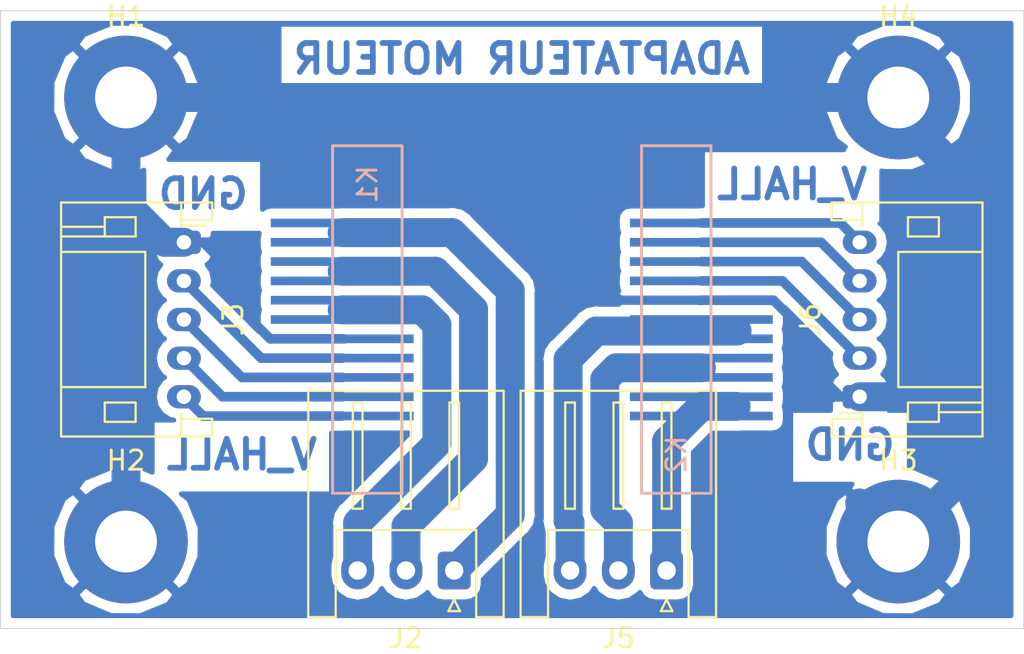
<source format=kicad_pcb>
(kicad_pcb (version 20171130) (host pcbnew 5.0.2+dfsg1-1)

  (general
    (thickness 1.6)
    (drawings 15)
    (tracks 79)
    (zones 0)
    (modules 10)
    (nets 16)
  )

  (page A4)
  (layers
    (0 F.Cu signal)
    (31 B.Cu signal)
    (32 B.Adhes user)
    (33 F.Adhes user)
    (34 B.Paste user)
    (35 F.Paste user)
    (36 B.SilkS user)
    (37 F.SilkS user)
    (38 B.Mask user)
    (39 F.Mask user)
    (40 Dwgs.User user)
    (41 Cmts.User user)
    (42 Eco1.User user)
    (43 Eco2.User user)
    (44 Edge.Cuts user)
    (45 Margin user)
    (46 B.CrtYd user)
    (47 F.CrtYd user)
    (48 B.Fab user hide)
    (49 F.Fab user hide)
  )

  (setup
    (last_trace_width 1.5)
    (user_trace_width 0.5)
    (user_trace_width 1.5)
    (trace_clearance 0.4)
    (zone_clearance 0.508)
    (zone_45_only no)
    (trace_min 0.2)
    (segment_width 0.2)
    (edge_width 0.05)
    (via_size 0.8)
    (via_drill 0.4)
    (via_min_size 0.4)
    (via_min_drill 0.3)
    (uvia_size 0.3)
    (uvia_drill 0.1)
    (uvias_allowed no)
    (uvia_min_size 0.2)
    (uvia_min_drill 0.1)
    (pcb_text_width 0.3)
    (pcb_text_size 1.5 1.5)
    (mod_edge_width 0.12)
    (mod_text_size 1 1)
    (mod_text_width 0.15)
    (pad_size 1.524 1.524)
    (pad_drill 0.762)
    (pad_to_mask_clearance 0.051)
    (solder_mask_min_width 0.25)
    (aux_axis_origin 0 0)
    (visible_elements FFFFEF7F)
    (pcbplotparams
      (layerselection 0x010fc_ffffffff)
      (usegerberextensions false)
      (usegerberattributes false)
      (usegerberadvancedattributes false)
      (creategerberjobfile false)
      (excludeedgelayer true)
      (linewidth 0.100000)
      (plotframeref false)
      (viasonmask false)
      (mode 1)
      (useauxorigin false)
      (hpglpennumber 1)
      (hpglpenspeed 20)
      (hpglpendiameter 15.000000)
      (psnegative false)
      (psa4output false)
      (plotreference true)
      (plotvalue true)
      (plotinvisibletext false)
      (padsonsilk false)
      (subtractmaskfromsilk false)
      (outputformat 1)
      (mirror false)
      (drillshape 1)
      (scaleselection 1)
      (outputdirectory ""))
  )

  (net 0 "")
  (net 1 "Net-(J2-Pad3)")
  (net 2 "Net-(J2-Pad2)")
  (net 3 "Net-(J2-Pad1)")
  (net 4 "Net-(J3-Pad5)")
  (net 5 "Net-(J3-Pad4)")
  (net 6 "Net-(J3-Pad3)")
  (net 7 "Net-(J3-Pad2)")
  (net 8 "Net-(J5-Pad3)")
  (net 9 "Net-(J5-Pad2)")
  (net 10 "Net-(J5-Pad1)")
  (net 11 "Net-(J6-Pad5)")
  (net 12 "Net-(J6-Pad4)")
  (net 13 "Net-(J6-Pad3)")
  (net 14 "Net-(J6-Pad2)")
  (net 15 GND)

  (net_class Default "This is the default net class."
    (clearance 0.4)
    (trace_width 0.25)
    (via_dia 0.8)
    (via_drill 0.4)
    (uvia_dia 0.3)
    (uvia_drill 0.1)
    (add_net GND)
    (add_net "Net-(J2-Pad1)")
    (add_net "Net-(J2-Pad2)")
    (add_net "Net-(J2-Pad3)")
    (add_net "Net-(J3-Pad2)")
    (add_net "Net-(J3-Pad3)")
    (add_net "Net-(J3-Pad4)")
    (add_net "Net-(J3-Pad5)")
    (add_net "Net-(J5-Pad1)")
    (add_net "Net-(J5-Pad2)")
    (add_net "Net-(J5-Pad3)")
    (add_net "Net-(J6-Pad2)")
    (add_net "Net-(J6-Pad3)")
    (add_net "Net-(J6-Pad4)")
    (add_net "Net-(J6-Pad5)")
  )

  (module Connector_JST:JST_XH_S3B-XH-A_1x03_P2.50mm_Horizontal (layer F.Cu) (tedit 5C281475) (tstamp 5CD0040E)
    (at 116.5 129 180)
    (descr "JST XH series connector, S3B-XH-A (http://www.jst-mfg.com/product/pdf/eng/eXH.pdf), generated with kicad-footprint-generator")
    (tags "connector JST XH horizontal")
    (path /5CD0D5C7)
    (fp_text reference J2 (at 2.5 -3.5) (layer F.SilkS)
      (effects (font (size 1 1) (thickness 0.15)))
    )
    (fp_text value Windings (at 2.5 10.4) (layer F.Fab)
      (effects (font (size 1 1) (thickness 0.15)))
    )
    (fp_text user %R (at 2.5 3.45) (layer F.Fab)
      (effects (font (size 1 1) (thickness 0.15)))
    )
    (fp_line (start 0 1.2) (end 0.625 2.2) (layer F.Fab) (width 0.1))
    (fp_line (start -0.625 2.2) (end 0 1.2) (layer F.Fab) (width 0.1))
    (fp_line (start 0.3 -2.1) (end 0 -1.5) (layer F.SilkS) (width 0.12))
    (fp_line (start -0.3 -2.1) (end 0.3 -2.1) (layer F.SilkS) (width 0.12))
    (fp_line (start 0 -1.5) (end -0.3 -2.1) (layer F.SilkS) (width 0.12))
    (fp_line (start 5.25 3.2) (end 4.75 3.2) (layer F.SilkS) (width 0.12))
    (fp_line (start 5.25 8.7) (end 5.25 3.2) (layer F.SilkS) (width 0.12))
    (fp_line (start 4.75 8.7) (end 5.25 8.7) (layer F.SilkS) (width 0.12))
    (fp_line (start 4.75 3.2) (end 4.75 8.7) (layer F.SilkS) (width 0.12))
    (fp_line (start 2.75 3.2) (end 2.25 3.2) (layer F.SilkS) (width 0.12))
    (fp_line (start 2.75 8.7) (end 2.75 3.2) (layer F.SilkS) (width 0.12))
    (fp_line (start 2.25 8.7) (end 2.75 8.7) (layer F.SilkS) (width 0.12))
    (fp_line (start 2.25 3.2) (end 2.25 8.7) (layer F.SilkS) (width 0.12))
    (fp_line (start 0.25 3.2) (end -0.25 3.2) (layer F.SilkS) (width 0.12))
    (fp_line (start 0.25 8.7) (end 0.25 3.2) (layer F.SilkS) (width 0.12))
    (fp_line (start -0.25 8.7) (end 0.25 8.7) (layer F.SilkS) (width 0.12))
    (fp_line (start -0.25 3.2) (end -0.25 8.7) (layer F.SilkS) (width 0.12))
    (fp_line (start 6.25 2.2) (end 2.5 2.2) (layer F.Fab) (width 0.1))
    (fp_line (start 6.25 -2.3) (end 6.25 2.2) (layer F.Fab) (width 0.1))
    (fp_line (start 7.45 -2.3) (end 6.25 -2.3) (layer F.Fab) (width 0.1))
    (fp_line (start 7.45 9.2) (end 7.45 -2.3) (layer F.Fab) (width 0.1))
    (fp_line (start 2.5 9.2) (end 7.45 9.2) (layer F.Fab) (width 0.1))
    (fp_line (start -1.25 2.2) (end 2.5 2.2) (layer F.Fab) (width 0.1))
    (fp_line (start -1.25 -2.3) (end -1.25 2.2) (layer F.Fab) (width 0.1))
    (fp_line (start -2.45 -2.3) (end -1.25 -2.3) (layer F.Fab) (width 0.1))
    (fp_line (start -2.45 9.2) (end -2.45 -2.3) (layer F.Fab) (width 0.1))
    (fp_line (start 2.5 9.2) (end -2.45 9.2) (layer F.Fab) (width 0.1))
    (fp_line (start 6.14 2.09) (end 2.5 2.09) (layer F.SilkS) (width 0.12))
    (fp_line (start 6.14 -2.41) (end 6.14 2.09) (layer F.SilkS) (width 0.12))
    (fp_line (start 7.56 -2.41) (end 6.14 -2.41) (layer F.SilkS) (width 0.12))
    (fp_line (start 7.56 9.31) (end 7.56 -2.41) (layer F.SilkS) (width 0.12))
    (fp_line (start 2.5 9.31) (end 7.56 9.31) (layer F.SilkS) (width 0.12))
    (fp_line (start -1.14 2.09) (end 2.5 2.09) (layer F.SilkS) (width 0.12))
    (fp_line (start -1.14 -2.41) (end -1.14 2.09) (layer F.SilkS) (width 0.12))
    (fp_line (start -2.56 -2.41) (end -1.14 -2.41) (layer F.SilkS) (width 0.12))
    (fp_line (start -2.56 9.31) (end -2.56 -2.41) (layer F.SilkS) (width 0.12))
    (fp_line (start 2.5 9.31) (end -2.56 9.31) (layer F.SilkS) (width 0.12))
    (fp_line (start 7.95 -2.8) (end -2.95 -2.8) (layer F.CrtYd) (width 0.05))
    (fp_line (start 7.95 9.7) (end 7.95 -2.8) (layer F.CrtYd) (width 0.05))
    (fp_line (start -2.95 9.7) (end 7.95 9.7) (layer F.CrtYd) (width 0.05))
    (fp_line (start -2.95 -2.8) (end -2.95 9.7) (layer F.CrtYd) (width 0.05))
    (pad 3 thru_hole oval (at 5 0 180) (size 1.7 1.95) (drill 0.95) (layers *.Cu *.Mask)
      (net 1 "Net-(J2-Pad3)"))
    (pad 2 thru_hole oval (at 2.5 0 180) (size 1.7 1.95) (drill 0.95) (layers *.Cu *.Mask)
      (net 2 "Net-(J2-Pad2)"))
    (pad 1 thru_hole roundrect (at 0 0 180) (size 1.7 1.95) (drill 0.95) (layers *.Cu *.Mask) (roundrect_rratio 0.147059)
      (net 3 "Net-(J2-Pad1)"))
    (model ${KISYS3DMOD}/Connector_JST.3dshapes/JST_XH_S3B-XH-A_1x03_P2.50mm_Horizontal.wrl
      (at (xyz 0 0 0))
      (scale (xyz 1 1 1))
      (rotate (xyz 0 0 0))
    )
  )

  (module Connector_JST:JST_PH_S5B-PH-K_1x05_P2.00mm_Horizontal (layer F.Cu) (tedit 5B7745C6) (tstamp 5CD004D6)
    (at 137.5 120 90)
    (descr "JST PH series connector, S5B-PH-K (http://www.jst-mfg.com/product/pdf/eng/ePH.pdf), generated with kicad-footprint-generator")
    (tags "connector JST PH top entry")
    (path /5CD14839)
    (fp_text reference J6 (at 4 -2.55 90) (layer F.SilkS)
      (effects (font (size 1 1) (thickness 0.15)))
    )
    (fp_text value Hall_Sensor (at 4 7.45 90) (layer F.Fab)
      (effects (font (size 1 1) (thickness 0.15)))
    )
    (fp_text user %R (at 4 2.5 90) (layer F.Fab)
      (effects (font (size 1 1) (thickness 0.15)))
    )
    (fp_line (start 0.5 1.375) (end 0 0.875) (layer F.Fab) (width 0.1))
    (fp_line (start -0.5 1.375) (end 0.5 1.375) (layer F.Fab) (width 0.1))
    (fp_line (start 0 0.875) (end -0.5 1.375) (layer F.Fab) (width 0.1))
    (fp_line (start -0.86 0.14) (end -0.86 -1.075) (layer F.SilkS) (width 0.12))
    (fp_line (start 9.25 0.25) (end -1.25 0.25) (layer F.Fab) (width 0.1))
    (fp_line (start 9.25 -1.35) (end 9.25 0.25) (layer F.Fab) (width 0.1))
    (fp_line (start 9.95 -1.35) (end 9.25 -1.35) (layer F.Fab) (width 0.1))
    (fp_line (start 9.95 6.25) (end 9.95 -1.35) (layer F.Fab) (width 0.1))
    (fp_line (start -1.95 6.25) (end 9.95 6.25) (layer F.Fab) (width 0.1))
    (fp_line (start -1.95 -1.35) (end -1.95 6.25) (layer F.Fab) (width 0.1))
    (fp_line (start -1.25 -1.35) (end -1.95 -1.35) (layer F.Fab) (width 0.1))
    (fp_line (start -1.25 0.25) (end -1.25 -1.35) (layer F.Fab) (width 0.1))
    (fp_line (start 10.45 -1.85) (end -2.45 -1.85) (layer F.CrtYd) (width 0.05))
    (fp_line (start 10.45 6.75) (end 10.45 -1.85) (layer F.CrtYd) (width 0.05))
    (fp_line (start -2.45 6.75) (end 10.45 6.75) (layer F.CrtYd) (width 0.05))
    (fp_line (start -2.45 -1.85) (end -2.45 6.75) (layer F.CrtYd) (width 0.05))
    (fp_line (start -0.8 4.1) (end -0.8 6.36) (layer F.SilkS) (width 0.12))
    (fp_line (start -0.3 4.1) (end -0.3 6.36) (layer F.SilkS) (width 0.12))
    (fp_line (start 8.3 2.5) (end 9.3 2.5) (layer F.SilkS) (width 0.12))
    (fp_line (start 8.3 4.1) (end 8.3 2.5) (layer F.SilkS) (width 0.12))
    (fp_line (start 9.3 4.1) (end 8.3 4.1) (layer F.SilkS) (width 0.12))
    (fp_line (start 9.3 2.5) (end 9.3 4.1) (layer F.SilkS) (width 0.12))
    (fp_line (start -0.3 2.5) (end -1.3 2.5) (layer F.SilkS) (width 0.12))
    (fp_line (start -0.3 4.1) (end -0.3 2.5) (layer F.SilkS) (width 0.12))
    (fp_line (start -1.3 4.1) (end -0.3 4.1) (layer F.SilkS) (width 0.12))
    (fp_line (start -1.3 2.5) (end -1.3 4.1) (layer F.SilkS) (width 0.12))
    (fp_line (start 10.06 0.14) (end 9.14 0.14) (layer F.SilkS) (width 0.12))
    (fp_line (start -2.06 0.14) (end -1.14 0.14) (layer F.SilkS) (width 0.12))
    (fp_line (start 7.5 2) (end 7.5 6.36) (layer F.SilkS) (width 0.12))
    (fp_line (start 0.5 2) (end 7.5 2) (layer F.SilkS) (width 0.12))
    (fp_line (start 0.5 6.36) (end 0.5 2) (layer F.SilkS) (width 0.12))
    (fp_line (start 9.14 0.14) (end 8.86 0.14) (layer F.SilkS) (width 0.12))
    (fp_line (start 9.14 -1.46) (end 9.14 0.14) (layer F.SilkS) (width 0.12))
    (fp_line (start 10.06 -1.46) (end 9.14 -1.46) (layer F.SilkS) (width 0.12))
    (fp_line (start 10.06 6.36) (end 10.06 -1.46) (layer F.SilkS) (width 0.12))
    (fp_line (start -2.06 6.36) (end 10.06 6.36) (layer F.SilkS) (width 0.12))
    (fp_line (start -2.06 -1.46) (end -2.06 6.36) (layer F.SilkS) (width 0.12))
    (fp_line (start -1.14 -1.46) (end -2.06 -1.46) (layer F.SilkS) (width 0.12))
    (fp_line (start -1.14 0.14) (end -1.14 -1.46) (layer F.SilkS) (width 0.12))
    (fp_line (start -0.86 0.14) (end -1.14 0.14) (layer F.SilkS) (width 0.12))
    (pad 5 thru_hole oval (at 8 0 90) (size 1.2 1.75) (drill 0.75) (layers *.Cu *.Mask)
      (net 11 "Net-(J6-Pad5)"))
    (pad 4 thru_hole oval (at 6 0 90) (size 1.2 1.75) (drill 0.75) (layers *.Cu *.Mask)
      (net 12 "Net-(J6-Pad4)"))
    (pad 3 thru_hole oval (at 4 0 90) (size 1.2 1.75) (drill 0.75) (layers *.Cu *.Mask)
      (net 13 "Net-(J6-Pad3)"))
    (pad 2 thru_hole oval (at 2 0 90) (size 1.2 1.75) (drill 0.75) (layers *.Cu *.Mask)
      (net 14 "Net-(J6-Pad2)"))
    (pad 1 thru_hole roundrect (at 0 0 90) (size 1.2 1.75) (drill 0.75) (layers *.Cu *.Mask) (roundrect_rratio 0.208333)
      (net 15 GND))
    (model ${KISYS3DMOD}/Connector_JST.3dshapes/JST_PH_S5B-PH-K_1x05_P2.00mm_Horizontal.wrl
      (at (xyz 0 0 0))
      (scale (xyz 1 1 1))
      (rotate (xyz 0 0 0))
    )
  )

  (module Connector_JST:JST_PH_S5B-PH-K_1x05_P2.00mm_Horizontal (layer F.Cu) (tedit 5B7745C6) (tstamp 5CD00440)
    (at 102.5 112 270)
    (descr "JST PH series connector, S5B-PH-K (http://www.jst-mfg.com/product/pdf/eng/ePH.pdf), generated with kicad-footprint-generator")
    (tags "connector JST PH top entry")
    (path /5CD0D843)
    (fp_text reference J3 (at 4 -2.55 90) (layer F.SilkS)
      (effects (font (size 1 1) (thickness 0.15)))
    )
    (fp_text value Hall_Sensor (at 4 7.45 90) (layer F.Fab)
      (effects (font (size 1 1) (thickness 0.15)))
    )
    (fp_text user %R (at 4 2.5 90) (layer F.Fab)
      (effects (font (size 1 1) (thickness 0.15)))
    )
    (fp_line (start 0.5 1.375) (end 0 0.875) (layer F.Fab) (width 0.1))
    (fp_line (start -0.5 1.375) (end 0.5 1.375) (layer F.Fab) (width 0.1))
    (fp_line (start 0 0.875) (end -0.5 1.375) (layer F.Fab) (width 0.1))
    (fp_line (start -0.86 0.14) (end -0.86 -1.075) (layer F.SilkS) (width 0.12))
    (fp_line (start 9.25 0.25) (end -1.25 0.25) (layer F.Fab) (width 0.1))
    (fp_line (start 9.25 -1.35) (end 9.25 0.25) (layer F.Fab) (width 0.1))
    (fp_line (start 9.95 -1.35) (end 9.25 -1.35) (layer F.Fab) (width 0.1))
    (fp_line (start 9.95 6.25) (end 9.95 -1.35) (layer F.Fab) (width 0.1))
    (fp_line (start -1.95 6.25) (end 9.95 6.25) (layer F.Fab) (width 0.1))
    (fp_line (start -1.95 -1.35) (end -1.95 6.25) (layer F.Fab) (width 0.1))
    (fp_line (start -1.25 -1.35) (end -1.95 -1.35) (layer F.Fab) (width 0.1))
    (fp_line (start -1.25 0.25) (end -1.25 -1.35) (layer F.Fab) (width 0.1))
    (fp_line (start 10.45 -1.85) (end -2.45 -1.85) (layer F.CrtYd) (width 0.05))
    (fp_line (start 10.45 6.75) (end 10.45 -1.85) (layer F.CrtYd) (width 0.05))
    (fp_line (start -2.45 6.75) (end 10.45 6.75) (layer F.CrtYd) (width 0.05))
    (fp_line (start -2.45 -1.85) (end -2.45 6.75) (layer F.CrtYd) (width 0.05))
    (fp_line (start -0.8 4.1) (end -0.8 6.36) (layer F.SilkS) (width 0.12))
    (fp_line (start -0.3 4.1) (end -0.3 6.36) (layer F.SilkS) (width 0.12))
    (fp_line (start 8.3 2.5) (end 9.3 2.5) (layer F.SilkS) (width 0.12))
    (fp_line (start 8.3 4.1) (end 8.3 2.5) (layer F.SilkS) (width 0.12))
    (fp_line (start 9.3 4.1) (end 8.3 4.1) (layer F.SilkS) (width 0.12))
    (fp_line (start 9.3 2.5) (end 9.3 4.1) (layer F.SilkS) (width 0.12))
    (fp_line (start -0.3 2.5) (end -1.3 2.5) (layer F.SilkS) (width 0.12))
    (fp_line (start -0.3 4.1) (end -0.3 2.5) (layer F.SilkS) (width 0.12))
    (fp_line (start -1.3 4.1) (end -0.3 4.1) (layer F.SilkS) (width 0.12))
    (fp_line (start -1.3 2.5) (end -1.3 4.1) (layer F.SilkS) (width 0.12))
    (fp_line (start 10.06 0.14) (end 9.14 0.14) (layer F.SilkS) (width 0.12))
    (fp_line (start -2.06 0.14) (end -1.14 0.14) (layer F.SilkS) (width 0.12))
    (fp_line (start 7.5 2) (end 7.5 6.36) (layer F.SilkS) (width 0.12))
    (fp_line (start 0.5 2) (end 7.5 2) (layer F.SilkS) (width 0.12))
    (fp_line (start 0.5 6.36) (end 0.5 2) (layer F.SilkS) (width 0.12))
    (fp_line (start 9.14 0.14) (end 8.86 0.14) (layer F.SilkS) (width 0.12))
    (fp_line (start 9.14 -1.46) (end 9.14 0.14) (layer F.SilkS) (width 0.12))
    (fp_line (start 10.06 -1.46) (end 9.14 -1.46) (layer F.SilkS) (width 0.12))
    (fp_line (start 10.06 6.36) (end 10.06 -1.46) (layer F.SilkS) (width 0.12))
    (fp_line (start -2.06 6.36) (end 10.06 6.36) (layer F.SilkS) (width 0.12))
    (fp_line (start -2.06 -1.46) (end -2.06 6.36) (layer F.SilkS) (width 0.12))
    (fp_line (start -1.14 -1.46) (end -2.06 -1.46) (layer F.SilkS) (width 0.12))
    (fp_line (start -1.14 0.14) (end -1.14 -1.46) (layer F.SilkS) (width 0.12))
    (fp_line (start -0.86 0.14) (end -1.14 0.14) (layer F.SilkS) (width 0.12))
    (pad 5 thru_hole oval (at 8 0 270) (size 1.2 1.75) (drill 0.75) (layers *.Cu *.Mask)
      (net 4 "Net-(J3-Pad5)"))
    (pad 4 thru_hole oval (at 6 0 270) (size 1.2 1.75) (drill 0.75) (layers *.Cu *.Mask)
      (net 5 "Net-(J3-Pad4)"))
    (pad 3 thru_hole oval (at 4 0 270) (size 1.2 1.75) (drill 0.75) (layers *.Cu *.Mask)
      (net 6 "Net-(J3-Pad3)"))
    (pad 2 thru_hole oval (at 2 0 270) (size 1.2 1.75) (drill 0.75) (layers *.Cu *.Mask)
      (net 7 "Net-(J3-Pad2)"))
    (pad 1 thru_hole roundrect (at 0 0 270) (size 1.2 1.75) (drill 0.75) (layers *.Cu *.Mask) (roundrect_rratio 0.208333)
      (net 15 GND))
    (model ${KISYS3DMOD}/Connector_JST.3dshapes/JST_PH_S5B-PH-K_1x05_P2.00mm_Horizontal.wrl
      (at (xyz 0 0 0))
      (scale (xyz 1 1 1))
      (rotate (xyz 0 0 0))
    )
  )

  (module Connector_JST:JST_XH_S3B-XH-A_1x03_P2.50mm_Horizontal (layer F.Cu) (tedit 5C281475) (tstamp 5CD004A4)
    (at 127.5 129 180)
    (descr "JST XH series connector, S3B-XH-A (http://www.jst-mfg.com/product/pdf/eng/eXH.pdf), generated with kicad-footprint-generator")
    (tags "connector JST XH horizontal")
    (path /5CD1482A)
    (fp_text reference J5 (at 2.5 -3.5) (layer F.SilkS)
      (effects (font (size 1 1) (thickness 0.15)))
    )
    (fp_text value Windings (at 2.5 10.4) (layer F.Fab)
      (effects (font (size 1 1) (thickness 0.15)))
    )
    (fp_text user %R (at 2.5 3.45) (layer F.Fab)
      (effects (font (size 1 1) (thickness 0.15)))
    )
    (fp_line (start 0 1.2) (end 0.625 2.2) (layer F.Fab) (width 0.1))
    (fp_line (start -0.625 2.2) (end 0 1.2) (layer F.Fab) (width 0.1))
    (fp_line (start 0.3 -2.1) (end 0 -1.5) (layer F.SilkS) (width 0.12))
    (fp_line (start -0.3 -2.1) (end 0.3 -2.1) (layer F.SilkS) (width 0.12))
    (fp_line (start 0 -1.5) (end -0.3 -2.1) (layer F.SilkS) (width 0.12))
    (fp_line (start 5.25 3.2) (end 4.75 3.2) (layer F.SilkS) (width 0.12))
    (fp_line (start 5.25 8.7) (end 5.25 3.2) (layer F.SilkS) (width 0.12))
    (fp_line (start 4.75 8.7) (end 5.25 8.7) (layer F.SilkS) (width 0.12))
    (fp_line (start 4.75 3.2) (end 4.75 8.7) (layer F.SilkS) (width 0.12))
    (fp_line (start 2.75 3.2) (end 2.25 3.2) (layer F.SilkS) (width 0.12))
    (fp_line (start 2.75 8.7) (end 2.75 3.2) (layer F.SilkS) (width 0.12))
    (fp_line (start 2.25 8.7) (end 2.75 8.7) (layer F.SilkS) (width 0.12))
    (fp_line (start 2.25 3.2) (end 2.25 8.7) (layer F.SilkS) (width 0.12))
    (fp_line (start 0.25 3.2) (end -0.25 3.2) (layer F.SilkS) (width 0.12))
    (fp_line (start 0.25 8.7) (end 0.25 3.2) (layer F.SilkS) (width 0.12))
    (fp_line (start -0.25 8.7) (end 0.25 8.7) (layer F.SilkS) (width 0.12))
    (fp_line (start -0.25 3.2) (end -0.25 8.7) (layer F.SilkS) (width 0.12))
    (fp_line (start 6.25 2.2) (end 2.5 2.2) (layer F.Fab) (width 0.1))
    (fp_line (start 6.25 -2.3) (end 6.25 2.2) (layer F.Fab) (width 0.1))
    (fp_line (start 7.45 -2.3) (end 6.25 -2.3) (layer F.Fab) (width 0.1))
    (fp_line (start 7.45 9.2) (end 7.45 -2.3) (layer F.Fab) (width 0.1))
    (fp_line (start 2.5 9.2) (end 7.45 9.2) (layer F.Fab) (width 0.1))
    (fp_line (start -1.25 2.2) (end 2.5 2.2) (layer F.Fab) (width 0.1))
    (fp_line (start -1.25 -2.3) (end -1.25 2.2) (layer F.Fab) (width 0.1))
    (fp_line (start -2.45 -2.3) (end -1.25 -2.3) (layer F.Fab) (width 0.1))
    (fp_line (start -2.45 9.2) (end -2.45 -2.3) (layer F.Fab) (width 0.1))
    (fp_line (start 2.5 9.2) (end -2.45 9.2) (layer F.Fab) (width 0.1))
    (fp_line (start 6.14 2.09) (end 2.5 2.09) (layer F.SilkS) (width 0.12))
    (fp_line (start 6.14 -2.41) (end 6.14 2.09) (layer F.SilkS) (width 0.12))
    (fp_line (start 7.56 -2.41) (end 6.14 -2.41) (layer F.SilkS) (width 0.12))
    (fp_line (start 7.56 9.31) (end 7.56 -2.41) (layer F.SilkS) (width 0.12))
    (fp_line (start 2.5 9.31) (end 7.56 9.31) (layer F.SilkS) (width 0.12))
    (fp_line (start -1.14 2.09) (end 2.5 2.09) (layer F.SilkS) (width 0.12))
    (fp_line (start -1.14 -2.41) (end -1.14 2.09) (layer F.SilkS) (width 0.12))
    (fp_line (start -2.56 -2.41) (end -1.14 -2.41) (layer F.SilkS) (width 0.12))
    (fp_line (start -2.56 9.31) (end -2.56 -2.41) (layer F.SilkS) (width 0.12))
    (fp_line (start 2.5 9.31) (end -2.56 9.31) (layer F.SilkS) (width 0.12))
    (fp_line (start 7.95 -2.8) (end -2.95 -2.8) (layer F.CrtYd) (width 0.05))
    (fp_line (start 7.95 9.7) (end 7.95 -2.8) (layer F.CrtYd) (width 0.05))
    (fp_line (start -2.95 9.7) (end 7.95 9.7) (layer F.CrtYd) (width 0.05))
    (fp_line (start -2.95 -2.8) (end -2.95 9.7) (layer F.CrtYd) (width 0.05))
    (pad 3 thru_hole oval (at 5 0 180) (size 1.7 1.95) (drill 0.95) (layers *.Cu *.Mask)
      (net 8 "Net-(J5-Pad3)"))
    (pad 2 thru_hole oval (at 2.5 0 180) (size 1.7 1.95) (drill 0.95) (layers *.Cu *.Mask)
      (net 9 "Net-(J5-Pad2)"))
    (pad 1 thru_hole roundrect (at 0 0 180) (size 1.7 1.95) (drill 0.95) (layers *.Cu *.Mask) (roundrect_rratio 0.147059)
      (net 10 "Net-(J5-Pad1)"))
    (model ${KISYS3DMOD}/Connector_JST.3dshapes/JST_XH_S3B-XH-A_1x03_P2.50mm_Horizontal.wrl
      (at (xyz 0 0 0))
      (scale (xyz 1 1 1))
      (rotate (xyz 0 0 0))
    )
  )

  (module Molex_FFC-FPC:Molex-52610-1133 (layer B.Cu) (tedit 5CD00A63) (tstamp 5CD07025)
    (at 129.5 116 90)
    (path /5CD0CD02)
    (fp_text reference K2 (at -7 -1.5 270) (layer B.SilkS)
      (effects (font (size 1 1) (thickness 0.15)) (justify mirror))
    )
    (fp_text value Maxon-200142 (at 0 -5 270) (layer B.Fab)
      (effects (font (size 1 1) (thickness 0.15)) (justify mirror))
    )
    (fp_line (start 9 -3.3) (end 9 0.3) (layer B.SilkS) (width 0.15))
    (fp_line (start 9 0.3) (end -9 0.3) (layer B.SilkS) (width 0.15))
    (fp_line (start -9 0.3) (end -9 -3.3) (layer B.SilkS) (width 0.15))
    (fp_line (start -9 -3.3) (end 9 -3.3) (layer B.SilkS) (width 0.15))
    (pad 2 smd rect (at -4 -0.2 270) (size 0.45 7.4) (layers B.Cu B.Paste B.Mask)
      (net 10 "Net-(J5-Pad1)"))
    (pad 4 smd rect (at -2 -0.2 270) (size 0.45 7.4) (layers B.Cu B.Paste B.Mask)
      (net 9 "Net-(J5-Pad2)"))
    (pad 6 smd rect (at 0 -0.2 270) (size 0.45 7.4) (layers B.Cu B.Paste B.Mask)
      (net 8 "Net-(J5-Pad3)"))
    (pad 8 smd rect (at 2 -0.2 270) (size 0.45 7.4) (layers B.Cu B.Paste B.Mask)
      (net 14 "Net-(J6-Pad2)"))
    (pad 10 smd rect (at 4 -0.2 270) (size 0.45 7.4) (layers B.Cu B.Paste B.Mask)
      (net 12 "Net-(J6-Pad4)"))
    (pad 11 smd rect (at 5 -0.2 270) (size 0.45 7.4) (layers B.Cu B.Paste B.Mask)
      (net 11 "Net-(J6-Pad5)"))
    (pad 9 smd rect (at 3 -0.2 270) (size 0.45 7.4) (layers B.Cu B.Paste B.Mask)
      (net 13 "Net-(J6-Pad3)"))
    (pad 7 smd rect (at 1 -0.2 270) (size 0.45 7.4) (layers B.Cu B.Paste B.Mask)
      (net 15 GND))
    (pad 5 smd rect (at -1 -0.2 270) (size 0.45 7.4) (layers B.Cu B.Paste B.Mask)
      (net 8 "Net-(J5-Pad3)"))
    (pad 3 smd rect (at -3 -0.2 270) (size 0.45 7.4) (layers B.Cu B.Paste B.Mask)
      (net 9 "Net-(J5-Pad2)"))
    (pad 1 smd rect (at -5 -0.2 270) (size 0.45 7.4) (layers B.Cu B.Paste B.Mask)
      (net 10 "Net-(J5-Pad1)"))
    (model "${KISYS3DMOD}/Molex 52610-1133/526101133.stp"
      (offset (xyz 5 -5 0))
      (scale (xyz 1 1 1))
      (rotate (xyz -90 0 180))
    )
    (model ${KIPRJMOD}/lib/3dpackages/Molex-52207-0433.step
      (offset (xyz 0 -1.5 0))
      (scale (xyz 1 1 1))
      (rotate (xyz -90 0 180))
    )
  )

  (module Molex_FFC-FPC:Molex-52610-1133 (layer B.Cu) (tedit 5CD00A63) (tstamp 5CD0716F)
    (at 110.5 116 270)
    (path /5CD10FED)
    (fp_text reference K1 (at -7 -1.5 270) (layer B.SilkS)
      (effects (font (size 1 1) (thickness 0.15)) (justify mirror))
    )
    (fp_text value Maxon-200142 (at 0 -5 270) (layer B.Fab)
      (effects (font (size 1 1) (thickness 0.15)) (justify mirror))
    )
    (fp_line (start 9 -3.3) (end 9 0.3) (layer B.SilkS) (width 0.15))
    (fp_line (start 9 0.3) (end -9 0.3) (layer B.SilkS) (width 0.15))
    (fp_line (start -9 0.3) (end -9 -3.3) (layer B.SilkS) (width 0.15))
    (fp_line (start -9 -3.3) (end 9 -3.3) (layer B.SilkS) (width 0.15))
    (pad 2 smd rect (at -4 -0.2 90) (size 0.45 7.4) (layers B.Cu B.Paste B.Mask)
      (net 3 "Net-(J2-Pad1)"))
    (pad 4 smd rect (at -2 -0.2 90) (size 0.45 7.4) (layers B.Cu B.Paste B.Mask)
      (net 2 "Net-(J2-Pad2)"))
    (pad 6 smd rect (at 0 -0.2 90) (size 0.45 7.4) (layers B.Cu B.Paste B.Mask)
      (net 1 "Net-(J2-Pad3)"))
    (pad 8 smd rect (at 2 -0.2 90) (size 0.45 7.4) (layers B.Cu B.Paste B.Mask)
      (net 7 "Net-(J3-Pad2)"))
    (pad 10 smd rect (at 4 -0.2 90) (size 0.45 7.4) (layers B.Cu B.Paste B.Mask)
      (net 5 "Net-(J3-Pad4)"))
    (pad 11 smd rect (at 5 -0.2 90) (size 0.45 7.4) (layers B.Cu B.Paste B.Mask)
      (net 4 "Net-(J3-Pad5)"))
    (pad 9 smd rect (at 3 -0.2 90) (size 0.45 7.4) (layers B.Cu B.Paste B.Mask)
      (net 6 "Net-(J3-Pad3)"))
    (pad 7 smd rect (at 1 -0.2 90) (size 0.45 7.4) (layers B.Cu B.Paste B.Mask)
      (net 15 GND))
    (pad 5 smd rect (at -1 -0.2 90) (size 0.45 7.4) (layers B.Cu B.Paste B.Mask)
      (net 1 "Net-(J2-Pad3)"))
    (pad 3 smd rect (at -3 -0.2 90) (size 0.45 7.4) (layers B.Cu B.Paste B.Mask)
      (net 2 "Net-(J2-Pad2)"))
    (pad 1 smd rect (at -5 -0.2 90) (size 0.45 7.4) (layers B.Cu B.Paste B.Mask)
      (net 3 "Net-(J2-Pad1)"))
    (model "${KISYS3DMOD}/Molex 52610-1133/526101133.stp"
      (offset (xyz 5 -5 0))
      (scale (xyz 1 1 1))
      (rotate (xyz -90 0 180))
    )
    (model ${KIPRJMOD}/lib/3dpackages/Molex-52207-0433.step
      (offset (xyz 0 -1.5 0))
      (scale (xyz 1 1 1))
      (rotate (xyz -90 0 180))
    )
  )

  (module MountingHole:MountingHole_3.2mm_M3_Pad (layer F.Cu) (tedit 56D1B4CB) (tstamp 5DA28802)
    (at 99.5 104.5)
    (descr "Mounting Hole 3.2mm, M3")
    (tags "mounting hole 3.2mm m3")
    (path /5D960370)
    (attr virtual)
    (fp_text reference H1 (at 0 -4.2) (layer F.SilkS)
      (effects (font (size 1 1) (thickness 0.15)))
    )
    (fp_text value MountingHole_Pad (at 0 4.2) (layer F.Fab)
      (effects (font (size 1 1) (thickness 0.15)))
    )
    (fp_circle (center 0 0) (end 3.45 0) (layer F.CrtYd) (width 0.05))
    (fp_circle (center 0 0) (end 3.2 0) (layer Cmts.User) (width 0.15))
    (fp_text user %R (at 0.3 0) (layer F.Fab)
      (effects (font (size 1 1) (thickness 0.15)))
    )
    (pad 1 thru_hole circle (at 0 0) (size 6.4 6.4) (drill 3.2) (layers *.Cu *.Mask)
      (net 15 GND))
  )

  (module MountingHole:MountingHole_3.2mm_M3_Pad (layer F.Cu) (tedit 56D1B4CB) (tstamp 5DA28817)
    (at 99.5 127.5)
    (descr "Mounting Hole 3.2mm, M3")
    (tags "mounting hole 3.2mm m3")
    (path /5D960320)
    (attr virtual)
    (fp_text reference H2 (at 0 -4.2) (layer F.SilkS)
      (effects (font (size 1 1) (thickness 0.15)))
    )
    (fp_text value MountingHole_Pad (at 0 4.2) (layer F.Fab)
      (effects (font (size 1 1) (thickness 0.15)))
    )
    (fp_text user %R (at 0.3 0) (layer F.Fab)
      (effects (font (size 1 1) (thickness 0.15)))
    )
    (fp_circle (center 0 0) (end 3.2 0) (layer Cmts.User) (width 0.15))
    (fp_circle (center 0 0) (end 3.45 0) (layer F.CrtYd) (width 0.05))
    (pad 1 thru_hole circle (at 0 0) (size 6.4 6.4) (drill 3.2) (layers *.Cu *.Mask)
      (net 15 GND))
  )

  (module MountingHole:MountingHole_3.2mm_M3_Pad (layer F.Cu) (tedit 56D1B4CB) (tstamp 5DA2882C)
    (at 139.5 127.5)
    (descr "Mounting Hole 3.2mm, M3")
    (tags "mounting hole 3.2mm m3")
    (path /5D96024A)
    (attr virtual)
    (fp_text reference H3 (at 0 -4.2) (layer F.SilkS)
      (effects (font (size 1 1) (thickness 0.15)))
    )
    (fp_text value MountingHole_Pad (at 0 4.2) (layer F.Fab)
      (effects (font (size 1 1) (thickness 0.15)))
    )
    (fp_circle (center 0 0) (end 3.45 0) (layer F.CrtYd) (width 0.05))
    (fp_circle (center 0 0) (end 3.2 0) (layer Cmts.User) (width 0.15))
    (fp_text user %R (at 0.3 0) (layer F.Fab)
      (effects (font (size 1 1) (thickness 0.15)))
    )
    (pad 1 thru_hole circle (at 0 0) (size 6.4 6.4) (drill 3.2) (layers *.Cu *.Mask)
      (net 15 GND))
  )

  (module MountingHole:MountingHole_3.2mm_M3_Pad (layer F.Cu) (tedit 56D1B4CB) (tstamp 5DA28841)
    (at 139.5 104.5)
    (descr "Mounting Hole 3.2mm, M3")
    (tags "mounting hole 3.2mm m3")
    (path /5D960175)
    (attr virtual)
    (fp_text reference H4 (at 0 -4.2) (layer F.SilkS)
      (effects (font (size 1 1) (thickness 0.15)))
    )
    (fp_text value MountingHole_Pad (at 0 4.2) (layer F.Fab)
      (effects (font (size 1 1) (thickness 0.15)))
    )
    (fp_text user %R (at 0.3 0) (layer F.Fab)
      (effects (font (size 1 1) (thickness 0.15)))
    )
    (fp_circle (center 0 0) (end 3.2 0) (layer Cmts.User) (width 0.15))
    (fp_circle (center 0 0) (end 3.45 0) (layer F.CrtYd) (width 0.05))
    (pad 1 thru_hole circle (at 0 0) (size 6.4 6.4) (drill 3.2) (layers *.Cu *.Mask)
      (net 15 GND))
  )

  (gr_text "ADAPTATEUR MOTEUR" (at 120 102.5) (layer B.Cu)
    (effects (font (size 1.5 1.5) (thickness 0.3)) (justify mirror))
  )
  (gr_text GND (at 137 122.5) (layer B.Cu)
    (effects (font (size 1.5 1.5) (thickness 0.3)) (justify mirror))
  )
  (gr_text GND (at 103.5 109.5) (layer B.Cu)
    (effects (font (size 1.5 1.5) (thickness 0.3)) (justify mirror))
  )
  (gr_text V_HALL (at 105.5 123) (layer B.Cu) (tstamp 5DA29623)
    (effects (font (size 1.5 1.5) (thickness 0.3)) (justify mirror))
  )
  (gr_text V_HALL (at 134 109) (layer B.Cu) (tstamp 5DA295FB)
    (effects (font (size 1.5 1.5) (thickness 0.3)) (justify mirror))
  )
  (gr_line (start 99.5 127.5) (end 99.5 104.5) (layer Dwgs.User) (width 0.2))
  (gr_line (start 139.5 127.5) (end 99.5 127.5) (layer Dwgs.User) (width 0.2))
  (gr_line (start 139.5 104.5) (end 139.5 127.5) (layer Dwgs.User) (width 0.2))
  (gr_line (start 139.5 104.5) (end 139.5 125.5) (layer Dwgs.User) (width 0.2))
  (gr_line (start 99.5 104.5) (end 139.5 104.5) (layer Dwgs.User) (width 0.2))
  (gr_line (start 99.5 125.5) (end 99.5 104.5) (layer Dwgs.User) (width 0.2))
  (gr_line (start 93 132) (end 93 100) (layer Edge.Cuts) (width 0.05) (tstamp 5CD074F3))
  (gr_line (start 146 132) (end 93 132) (layer Edge.Cuts) (width 0.05))
  (gr_line (start 146 100) (end 146 132) (layer Edge.Cuts) (width 0.05))
  (gr_line (start 93 100) (end 146 100) (layer Edge.Cuts) (width 0.05))

  (segment (start 111.5 126.525) (end 111.5 129) (width 1.5) (layer B.Cu) (net 1) (status 20))
  (segment (start 115.6 122.425) (end 111.5 126.525) (width 1.5) (layer B.Cu) (net 1))
  (segment (start 115.6 116.264998) (end 115.6 122.425) (width 1.5) (layer B.Cu) (net 1))
  (segment (start 115.6 116.264998) (end 114.835002 115.5) (width 1.5) (layer B.Cu) (net 1))
  (segment (start 114.835002 115.5) (end 110.7 115.5) (width 1.5) (layer B.Cu) (net 1))
  (segment (start 110.7 115.5) (end 110.7 115) (width 0.25) (layer B.Cu) (net 1) (status 20))
  (segment (start 110.7 113.5) (end 110.7 113) (width 0.25) (layer B.Cu) (net 2) (status 20))
  (segment (start 117.50001 115.47799) (end 117.50001 122.912972) (width 1.5) (layer B.Cu) (net 2))
  (segment (start 115.52202 113.5) (end 117.50001 115.47799) (width 1.5) (layer B.Cu) (net 2))
  (segment (start 110.7 113.5) (end 115.52202 113.5) (width 1.5) (layer B.Cu) (net 2))
  (segment (start 114 126.712018) (end 117.500008 123.21201) (width 1.5) (layer B.Cu) (net 2))
  (segment (start 114 129) (end 114 126.712018) (width 1.5) (layer B.Cu) (net 2))
  (segment (start 117.500008 123.21201) (end 117.500008 123.11) (width 1.5) (layer B.Cu) (net 2))
  (segment (start 117.50001 122.912972) (end 117.500008 123.11) (width 1.5) (layer B.Cu) (net 2))
  (segment (start 116.4 111.5) (end 110.7 111.5) (width 1.5) (layer B.Cu) (net 3))
  (segment (start 110.7 111.5) (end 110.7 111) (width 0.25) (layer B.Cu) (net 3) (status 20))
  (segment (start 119.400016 114.500016) (end 116.4 111.5) (width 1.5) (layer B.Cu) (net 3))
  (segment (start 119.400016 126.099984) (end 119.400016 114.500016) (width 1.5) (layer B.Cu) (net 3))
  (segment (start 116.5 129) (end 119.400016 126.099984) (width 1.5) (layer B.Cu) (net 3))
  (segment (start 103.5 121) (end 102.5 120) (width 0.5) (layer B.Cu) (net 4) (status 20))
  (segment (start 110.7 121) (end 103.5 121) (width 0.5) (layer B.Cu) (net 4) (status 10))
  (segment (start 110.7 120) (end 104.5 120) (width 0.5) (layer B.Cu) (net 5) (status 10))
  (segment (start 104.5 120) (end 102.5 118) (width 0.5) (layer B.Cu) (net 5) (status 20))
  (segment (start 110.7 119) (end 105.5 119) (width 0.5) (layer B.Cu) (net 6) (status 10))
  (segment (start 105.5 119) (end 102.5 116) (width 0.5) (layer B.Cu) (net 6) (status 20))
  (segment (start 106.5 118) (end 102.5 114) (width 0.5) (layer B.Cu) (net 7) (status 20))
  (segment (start 110.7 118) (end 106.5 118) (width 0.5) (layer B.Cu) (net 7) (status 10))
  (segment (start 104.5 114.535002) (end 106.964998 117) (width 0.5) (layer B.Cu) (net 15))
  (segment (start 106.964998 117) (end 110.7 117) (width 0.5) (layer B.Cu) (net 15) (status 20))
  (segment (start 104.5 113) (end 104.5 114.535002) (width 0.5) (layer B.Cu) (net 15))
  (segment (start 103.5 112) (end 104.5 113) (width 0.5) (layer B.Cu) (net 15))
  (segment (start 102.5 112) (end 103.5 112) (width 0.5) (layer B.Cu) (net 15) (status 10))
  (segment (start 123.85001 116.59999) (end 128.520117 116.59999) (width 1.5) (layer B.Cu) (net 8))
  (segment (start 122.39999 118.05001) (end 123.85001 116.59999) (width 1.5) (layer B.Cu) (net 8))
  (segment (start 122.39999 126.42499) (end 122.39999 118.05001) (width 1.5) (layer B.Cu) (net 8))
  (segment (start 122.5 129) (end 122.5 126.525) (width 1.5) (layer B.Cu) (net 8))
  (segment (start 122.5 126.525) (end 122.39999 126.42499) (width 1.5) (layer B.Cu) (net 8))
  (segment (start 128.520117 116.59999) (end 131.14999 116.59999) (width 1.5) (layer B.Cu) (net 8))
  (segment (start 129.3 118.5) (end 129.3 118) (width 0.25) (layer B.Cu) (net 9) (status 20))
  (segment (start 124.3 119.1) (end 124.9 118.5) (width 1.5) (layer B.Cu) (net 9))
  (segment (start 124.9 118.5) (end 129.3 118.5) (width 1.5) (layer B.Cu) (net 9))
  (segment (start 124.3 125.825) (end 124.3 119.1) (width 1.5) (layer B.Cu) (net 9))
  (segment (start 125 126.525) (end 124.3 125.825) (width 1.5) (layer B.Cu) (net 9))
  (segment (start 125 129) (end 125 126.525) (width 1.5) (layer B.Cu) (net 9))
  (segment (start 127.5 122.3) (end 129.3 120.5) (width 1.5) (layer B.Cu) (net 10))
  (segment (start 129.3 120.5) (end 131.1 120.5) (width 1.5) (layer B.Cu) (net 10))
  (segment (start 129.3 120.475) (end 129.3 120) (width 0.25) (layer B.Cu) (net 10) (status 20))
  (segment (start 129.325 120.5) (end 129.3 120.475) (width 0.25) (layer B.Cu) (net 10))
  (segment (start 131.1 120.5) (end 129.325 120.5) (width 0.25) (layer B.Cu) (net 10))
  (segment (start 127.5 129) (end 127.5 122.3) (width 1.5) (layer B.Cu) (net 10) (status 10))
  (segment (start 136.5 111) (end 137.5 112) (width 0.5) (layer B.Cu) (net 11) (status 20))
  (segment (start 129.3 111) (end 136.5 111) (width 0.5) (layer B.Cu) (net 11) (status 10))
  (segment (start 129.3 112) (end 135.5 112) (width 0.5) (layer B.Cu) (net 12) (status 10))
  (segment (start 135.5 112) (end 137.5 114) (width 0.5) (layer B.Cu) (net 12) (status 20))
  (segment (start 129.3 113) (end 134.5 113) (width 0.5) (layer B.Cu) (net 13) (status 10))
  (segment (start 134.5 113) (end 137.5 116) (width 0.5) (layer B.Cu) (net 13) (status 20))
  (segment (start 133.5 114) (end 137.5 118) (width 0.5) (layer B.Cu) (net 14) (status 20))
  (segment (start 129.3 114) (end 133.5 114) (width 0.5) (layer B.Cu) (net 14) (status 10))
  (segment (start 135.5 117.464998) (end 133.035002 115) (width 0.5) (layer B.Cu) (net 15))
  (segment (start 135.5 119) (end 135.5 117.464998) (width 0.5) (layer B.Cu) (net 15))
  (segment (start 137.5 120) (end 136.5 120) (width 0.5) (layer B.Cu) (net 15) (status 10))
  (segment (start 133.035002 115) (end 129.3 115) (width 0.5) (layer B.Cu) (net 15) (status 20))
  (segment (start 136.5 120) (end 135.5 119) (width 0.5) (layer B.Cu) (net 15))
  (segment (start 134.974517 104.5) (end 99.5 104.5) (width 1.5) (layer B.Cu) (net 15))
  (segment (start 139.5 104.5) (end 134.974517 104.5) (width 1.5) (layer B.Cu) (net 15))
  (segment (start 99.5 104.5) (end 99.5 109.025483) (width 1.5) (layer B.Cu) (net 15))
  (segment (start 139.5 104.5) (end 139.5 105.5) (width 1.5) (layer B.Cu) (net 15))
  (segment (start 142.699999 124.300001) (end 139.5 127.5) (width 1.5) (layer B.Cu) (net 15))
  (segment (start 139.5 105.5) (end 142.699999 108.699999) (width 1.5) (layer B.Cu) (net 15))
  (segment (start 99.5 112) (end 99.5 127.5) (width 1.5) (layer B.Cu) (net 15))
  (segment (start 137.5 125.5) (end 139.5 127.5) (width 1.5) (layer B.Cu) (net 15))
  (segment (start 101.5 112) (end 99.5 110) (width 1.5) (layer B.Cu) (net 15))
  (segment (start 99.5 109.025483) (end 99.5 110) (width 1.5) (layer B.Cu) (net 15))
  (segment (start 102.5 112) (end 101.5 112) (width 1.5) (layer B.Cu) (net 15))
  (segment (start 99.5 110) (end 99.5 112) (width 1.5) (layer B.Cu) (net 15))
  (segment (start 141.699999 120) (end 142.699999 121) (width 1.5) (layer B.Cu) (net 15))
  (segment (start 137.5 120) (end 141.699999 120) (width 1.5) (layer B.Cu) (net 15))
  (segment (start 142.699999 108.699999) (end 142.699999 121) (width 1.5) (layer B.Cu) (net 15))
  (segment (start 142.699999 121) (end 142.699999 124.300001) (width 1.5) (layer B.Cu) (net 15))

  (zone (net 15) (net_name GND) (layer B.Cu) (tstamp 0) (hatch edge 0.508)
    (connect_pads (clearance 0.508))
    (min_thickness 0.254)
    (fill yes (arc_segments 16) (thermal_gap 0.508) (thermal_bridge_width 0.508))
    (polygon
      (pts
        (xy 146 100) (xy 146 132) (xy 93 132) (xy 93 100.5) (xy 93 100)
      )
    )
    (filled_polygon
      (pts
        (xy 97.349754 101.234181) (xy 97.30564 101.263657) (xy 96.938695 101.75909) (xy 99.5 104.320395) (xy 102.061305 101.75909)
        (xy 101.69436 101.263657) (xy 100.38295 100.71) (xy 107.429286 100.71) (xy 107.429286 104.53) (xy 132.570715 104.53)
        (xy 132.570715 100.71) (xy 107.429286 100.71) (xy 100.38295 100.71) (xy 100.288829 100.670264) (xy 98.77603 100.66)
        (xy 138.762993 100.66) (xy 137.349754 101.234181) (xy 137.30564 101.263657) (xy 136.938695 101.75909) (xy 139.5 104.320395)
        (xy 142.061305 101.75909) (xy 141.69436 101.263657) (xy 140.288829 100.670264) (xy 138.77603 100.66) (xy 145.34 100.66)
        (xy 145.340001 131.34) (xy 140.237007 131.34) (xy 141.650246 130.765819) (xy 141.69436 130.736343) (xy 142.061305 130.24091)
        (xy 139.5 127.679605) (xy 136.938695 130.24091) (xy 137.30564 130.736343) (xy 138.711171 131.329736) (xy 140.22397 131.34)
        (xy 100.237007 131.34) (xy 101.650246 130.765819) (xy 101.69436 130.736343) (xy 102.061305 130.24091) (xy 99.5 127.679605)
        (xy 96.938695 130.24091) (xy 97.30564 130.736343) (xy 98.711171 131.329736) (xy 100.22397 131.34) (xy 93.66 131.34)
        (xy 93.66 128.236793) (xy 95.659913 128.236793) (xy 96.234181 129.650246) (xy 96.263657 129.69436) (xy 96.75909 130.061305)
        (xy 99.320395 127.5) (xy 96.75909 124.938695) (xy 96.263657 125.30564) (xy 95.670264 126.711171) (xy 95.659913 128.236793)
        (xy 93.66 128.236793) (xy 93.66 107.24091) (xy 96.938695 107.24091) (xy 97.30564 107.736343) (xy 98.711171 108.329736)
        (xy 100.236793 108.340087) (xy 100.429286 108.26188) (xy 100.429286 111.53) (xy 100.99 111.53) (xy 100.99 111.71425)
        (xy 101.14875 111.873) (xy 102.373 111.873) (xy 102.373 111.853) (xy 102.627 111.853) (xy 102.627 111.873)
        (xy 103.85125 111.873) (xy 104.01 111.71425) (xy 104.01 111.53) (xy 106.401293 111.53) (xy 106.35256 111.775)
        (xy 106.35256 112.225) (xy 106.401843 112.472765) (xy 106.420041 112.5) (xy 106.401843 112.527235) (xy 106.35256 112.775)
        (xy 106.35256 113.225) (xy 106.401843 113.472765) (xy 106.420041 113.5) (xy 106.401843 113.527235) (xy 106.35256 113.775)
        (xy 106.35256 114.225) (xy 106.401843 114.472765) (xy 106.420041 114.5) (xy 106.401843 114.527235) (xy 106.35256 114.775)
        (xy 106.35256 115.225) (xy 106.401843 115.472765) (xy 106.420041 115.5) (xy 106.401843 115.527235) (xy 106.35256 115.775)
        (xy 106.35256 116.225) (xy 106.401843 116.472765) (xy 106.424084 116.50605) (xy 106.37533 116.623751) (xy 103.987306 114.235727)
        (xy 104.034195 114) (xy 103.938344 113.518127) (xy 103.695436 113.15459) (xy 103.734699 113.138327) (xy 103.913327 112.959698)
        (xy 104.01 112.726309) (xy 104.01 112.28575) (xy 103.85125 112.127) (xy 102.627 112.127) (xy 102.627 112.147)
        (xy 102.373 112.147) (xy 102.373 112.127) (xy 101.14875 112.127) (xy 100.99 112.28575) (xy 100.99 112.726309)
        (xy 101.086673 112.959698) (xy 101.265301 113.138327) (xy 101.304564 113.15459) (xy 101.061656 113.518127) (xy 100.965805 114)
        (xy 101.061656 114.481873) (xy 101.334615 114.890385) (xy 101.498665 115) (xy 101.334615 115.109615) (xy 101.061656 115.518127)
        (xy 100.965805 116) (xy 101.061656 116.481873) (xy 101.334615 116.890385) (xy 101.498665 117) (xy 101.334615 117.109615)
        (xy 101.061656 117.518127) (xy 100.965805 118) (xy 101.061656 118.481873) (xy 101.334615 118.890385) (xy 101.498665 119)
        (xy 101.334615 119.109615) (xy 101.061656 119.518127) (xy 100.965805 120) (xy 101.061656 120.481873) (xy 101.334615 120.890385)
        (xy 101.743127 121.163344) (xy 101.977681 121.21) (xy 100.857857 121.21) (xy 100.857857 123.910499) (xy 100.288829 123.670264)
        (xy 98.763207 123.659913) (xy 97.349754 124.234181) (xy 97.30564 124.263657) (xy 96.938695 124.75909) (xy 99.5 127.320395)
        (xy 99.514143 127.306253) (xy 99.693748 127.485858) (xy 99.679605 127.5) (xy 102.24091 130.061305) (xy 102.736343 129.69436)
        (xy 103.329736 128.288829) (xy 103.340087 126.763207) (xy 102.765819 125.349754) (xy 102.736343 125.30564) (xy 102.364186 125.03)
        (xy 110.142143 125.03) (xy 110.142143 121.885) (xy 110.787165 121.885) (xy 110.850309 121.87244) (xy 114.193874 121.87244)
        (xy 110.617112 125.449203) (xy 110.501471 125.526472) (xy 110.424203 125.642112) (xy 110.195359 125.984601) (xy 110.087867 126.525)
        (xy 110.115 126.661407) (xy 110.115001 128.274869) (xy 110.101161 128.295582) (xy 110.015 128.728744) (xy 110.015 129.271255)
        (xy 110.101161 129.704417) (xy 110.429375 130.195625) (xy 110.920582 130.523839) (xy 111.5 130.639092) (xy 112.079417 130.523839)
        (xy 112.570625 130.195625) (xy 112.75 129.927171) (xy 112.929375 130.195625) (xy 113.420582 130.523839) (xy 114 130.639092)
        (xy 114.579417 130.523839) (xy 115.070625 130.195625) (xy 115.113242 130.131844) (xy 115.265414 130.359586) (xy 115.556565 130.554126)
        (xy 115.9 130.62244) (xy 117.1 130.62244) (xy 117.443435 130.554126) (xy 117.734586 130.359586) (xy 117.929126 130.068435)
        (xy 117.99744 129.725) (xy 117.99744 129.461245) (xy 120.282906 127.17578) (xy 120.398544 127.098513) (xy 120.475811 126.982875)
        (xy 120.475813 126.982873) (xy 120.704657 126.640384) (xy 120.812149 126.099984) (xy 120.785016 125.963577) (xy 120.785016 118.05001)
        (xy 120.987857 118.05001) (xy 121.014991 118.186422) (xy 121.01499 126.288583) (xy 120.987857 126.42499) (xy 121.055133 126.763207)
        (xy 121.095349 126.965389) (xy 121.115001 126.9948) (xy 121.115 128.27487) (xy 121.101161 128.295582) (xy 121.015 128.728744)
        (xy 121.015 129.271255) (xy 121.101161 129.704417) (xy 121.429375 130.195625) (xy 121.920582 130.523839) (xy 122.5 130.639092)
        (xy 123.079417 130.523839) (xy 123.570625 130.195625) (xy 123.75 129.927171) (xy 123.929375 130.195625) (xy 124.420582 130.523839)
        (xy 125 130.639092) (xy 125.579417 130.523839) (xy 126.070625 130.195625) (xy 126.113242 130.131844) (xy 126.265414 130.359586)
        (xy 126.556565 130.554126) (xy 126.9 130.62244) (xy 128.1 130.62244) (xy 128.443435 130.554126) (xy 128.734586 130.359586)
        (xy 128.929126 130.068435) (xy 128.99744 129.725) (xy 128.99744 128.275) (xy 128.989841 128.236793) (xy 135.659913 128.236793)
        (xy 136.234181 129.650246) (xy 136.263657 129.69436) (xy 136.75909 130.061305) (xy 139.320395 127.5) (xy 139.679605 127.5)
        (xy 142.24091 130.061305) (xy 142.736343 129.69436) (xy 143.329736 128.288829) (xy 143.340087 126.763207) (xy 142.765819 125.349754)
        (xy 142.736343 125.30564) (xy 142.24091 124.938695) (xy 139.679605 127.5) (xy 139.320395 127.5) (xy 136.75909 124.938695)
        (xy 136.263657 125.30564) (xy 135.670264 126.711171) (xy 135.659913 128.236793) (xy 128.989841 128.236793) (xy 128.929126 127.931565)
        (xy 128.885 127.865525) (xy 128.885 122.873685) (xy 129.873685 121.885) (xy 131.236407 121.885) (xy 131.299551 121.87244)
        (xy 133 121.87244) (xy 133.247765 121.823157) (xy 133.457809 121.682809) (xy 133.598157 121.472765) (xy 133.64744 121.225)
        (xy 133.64744 120.775) (xy 133.634511 120.71) (xy 133.929286 120.71) (xy 133.929286 124.53) (xy 137.108372 124.53)
        (xy 136.938695 124.75909) (xy 139.5 127.320395) (xy 142.061305 124.75909) (xy 141.69436 124.263657) (xy 140.288829 123.670264)
        (xy 140.070715 123.668784) (xy 140.070715 120.71) (xy 139.01 120.71) (xy 139.01 120.28575) (xy 138.85125 120.127)
        (xy 137.627 120.127) (xy 137.627 120.147) (xy 137.373 120.147) (xy 137.373 120.127) (xy 136.14875 120.127)
        (xy 135.99 120.28575) (xy 135.99 120.71) (xy 133.929286 120.71) (xy 133.634511 120.71) (xy 133.598157 120.527235)
        (xy 133.579959 120.5) (xy 133.598157 120.472765) (xy 133.64744 120.225) (xy 133.64744 119.775) (xy 133.598157 119.527235)
        (xy 133.579959 119.5) (xy 133.598157 119.472765) (xy 133.64744 119.225) (xy 133.64744 118.775) (xy 133.598157 118.527235)
        (xy 133.579959 118.5) (xy 133.598157 118.472765) (xy 133.64744 118.225) (xy 133.64744 117.775) (xy 133.598157 117.527235)
        (xy 133.579959 117.5) (xy 133.598157 117.472765) (xy 133.64744 117.225) (xy 133.64744 116.775) (xy 133.598157 116.527235)
        (xy 133.579959 116.5) (xy 133.598157 116.472765) (xy 133.64744 116.225) (xy 133.64744 115.775) (xy 133.598157 115.527235)
        (xy 133.575916 115.49395) (xy 133.62467 115.376248) (xy 136.012694 117.764273) (xy 135.965805 118) (xy 136.061656 118.481873)
        (xy 136.304564 118.84541) (xy 136.265301 118.861673) (xy 136.086673 119.040302) (xy 135.99 119.273691) (xy 135.99 119.71425)
        (xy 136.14875 119.873) (xy 137.373 119.873) (xy 137.373 119.853) (xy 137.627 119.853) (xy 137.627 119.873)
        (xy 138.85125 119.873) (xy 139.01 119.71425) (xy 139.01 119.273691) (xy 138.913327 119.040302) (xy 138.734699 118.861673)
        (xy 138.695436 118.84541) (xy 138.938344 118.481873) (xy 139.034195 118) (xy 138.938344 117.518127) (xy 138.665385 117.109615)
        (xy 138.501335 117) (xy 138.665385 116.890385) (xy 138.938344 116.481873) (xy 139.034195 116) (xy 138.938344 115.518127)
        (xy 138.665385 115.109615) (xy 138.501335 115) (xy 138.665385 114.890385) (xy 138.938344 114.481873) (xy 139.034195 114)
        (xy 138.938344 113.518127) (xy 138.665385 113.109615) (xy 138.501335 113) (xy 138.665385 112.890385) (xy 138.938344 112.481873)
        (xy 139.034195 112) (xy 138.938344 111.518127) (xy 138.665385 111.109615) (xy 138.546233 111.03) (xy 138.642143 111.03)
        (xy 138.642143 108.300593) (xy 138.711171 108.329736) (xy 140.236793 108.340087) (xy 141.650246 107.765819) (xy 141.69436 107.736343)
        (xy 142.061305 107.24091) (xy 139.5 104.679605) (xy 139.485858 104.693748) (xy 139.306253 104.514143) (xy 139.320395 104.5)
        (xy 139.679605 104.5) (xy 142.24091 107.061305) (xy 142.736343 106.69436) (xy 143.329736 105.288829) (xy 143.340087 103.763207)
        (xy 142.765819 102.349754) (xy 142.736343 102.30564) (xy 142.24091 101.938695) (xy 139.679605 104.5) (xy 139.320395 104.5)
        (xy 136.75909 101.938695) (xy 136.263657 102.30564) (xy 135.670264 103.711171) (xy 135.659913 105.236793) (xy 136.234181 106.650246)
        (xy 136.263657 106.69436) (xy 136.759088 107.061304) (xy 136.647074 107.173318) (xy 136.683756 107.21) (xy 129.357857 107.21)
        (xy 129.357857 110.115) (xy 129.212835 110.115) (xy 129.149691 110.12756) (xy 125.6 110.12756) (xy 125.352235 110.176843)
        (xy 125.142191 110.317191) (xy 125.001843 110.527235) (xy 124.95256 110.775) (xy 124.95256 111.225) (xy 125.001843 111.472765)
        (xy 125.020041 111.5) (xy 125.001843 111.527235) (xy 124.95256 111.775) (xy 124.95256 112.225) (xy 125.001843 112.472765)
        (xy 125.020041 112.5) (xy 125.001843 112.527235) (xy 124.95256 112.775) (xy 124.95256 113.225) (xy 125.001843 113.472765)
        (xy 125.020041 113.5) (xy 125.001843 113.527235) (xy 124.95256 113.775) (xy 124.95256 114.225) (xy 125.001843 114.472765)
        (xy 125.024084 114.50605) (xy 124.965 114.648691) (xy 124.965 114.72875) (xy 125.12375 114.8875) (xy 129.173 114.8875)
        (xy 129.173 114.877076) (xy 129.212835 114.885) (xy 129.427 114.885) (xy 129.427 114.8875) (xy 129.447 114.8875)
        (xy 129.447 115.1125) (xy 129.427 115.1125) (xy 129.427 115.12756) (xy 129.173 115.12756) (xy 129.173 115.1125)
        (xy 125.12375 115.1125) (xy 125.02126 115.21499) (xy 123.986417 115.21499) (xy 123.85001 115.187857) (xy 123.713603 115.21499)
        (xy 123.30961 115.295349) (xy 122.851481 115.601461) (xy 122.774212 115.717102) (xy 121.517102 116.974213) (xy 121.401462 117.051481)
        (xy 121.324193 117.167122) (xy 121.095349 117.509611) (xy 120.987857 118.05001) (xy 120.785016 118.05001) (xy 120.785016 114.636421)
        (xy 120.812149 114.500015) (xy 120.7692 114.284096) (xy 120.704657 113.959616) (xy 120.398545 113.501487) (xy 120.282901 113.424216)
        (xy 117.4758 110.617115) (xy 117.398529 110.501471) (xy 116.9404 110.195359) (xy 116.536407 110.115) (xy 116.4 110.087867)
        (xy 116.263593 110.115) (xy 110.563593 110.115) (xy 110.500449 110.12756) (xy 107 110.12756) (xy 106.752235 110.176843)
        (xy 106.570715 110.298132) (xy 106.570715 107.71) (xy 101.713871 107.71) (xy 102.061305 107.24091) (xy 99.5 104.679605)
        (xy 96.938695 107.24091) (xy 93.66 107.24091) (xy 93.66 105.236793) (xy 95.659913 105.236793) (xy 96.234181 106.650246)
        (xy 96.263657 106.69436) (xy 96.75909 107.061305) (xy 99.320395 104.5) (xy 99.679605 104.5) (xy 102.24091 107.061305)
        (xy 102.736343 106.69436) (xy 103.329736 105.288829) (xy 103.340087 103.763207) (xy 102.765819 102.349754) (xy 102.736343 102.30564)
        (xy 102.24091 101.938695) (xy 99.679605 104.5) (xy 99.320395 104.5) (xy 96.75909 101.938695) (xy 96.263657 102.30564)
        (xy 95.670264 103.711171) (xy 95.659913 105.236793) (xy 93.66 105.236793) (xy 93.66 100.66) (xy 98.762993 100.66)
      )
    )
    (filled_polygon
      (pts
        (xy 110.827 116.8875) (xy 110.847 116.8875) (xy 110.847 117.1125) (xy 110.827 117.1125) (xy 110.827 117.122924)
        (xy 110.787165 117.115) (xy 110.573 117.115) (xy 110.573 117.1125) (xy 110.553 117.1125) (xy 110.553 116.8875)
        (xy 110.573 116.8875) (xy 110.573 116.885) (xy 110.827 116.885)
      )
    )
  )
)

</source>
